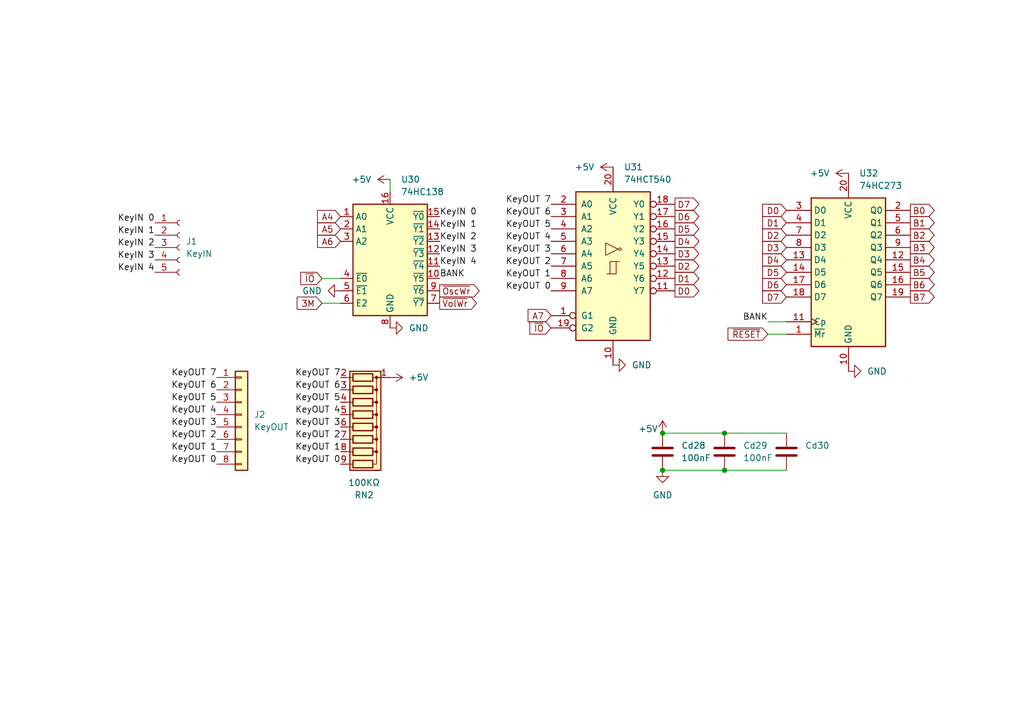
<source format=kicad_sch>
(kicad_sch (version 20230121) (generator eeschema)
  (paper "A5")
  (title_block (title "I/O"))
  (lib_symbols
    (symbol "74xx:74AHC273"
      (property "Reference" "U" (at -7.62 16.51 0))
      (property "Value" "74AHC273" (at -7.62 -16.51 0))
      (symbol "74AHC273_1_0"
        (pin input line (at -12.7 -12.7 0) (length 5.08) (name "~{Mr}") (number "1"))
        (pin power_in line (at 0 -20.32 90) (length 5.08) (name "GND") (number "10"))
        (pin input clock (at -12.7 -10.16 0) (length 5.08) (name "Cp") (number "11"))
        (pin output line (at 12.7 2.54 180) (length 5.08) (name "Q4") (number "12"))
        (pin input line (at -12.7 2.54 0) (length 5.08) (name "D4") (number "13"))
        (pin input line (at -12.7 0 0) (length 5.08) (name "D5") (number "14"))
        (pin output line (at 12.7 0 180) (length 5.08) (name "Q5") (number "15"))
        (pin output line (at 12.7 -2.54 180) (length 5.08) (name "Q6") (number "16"))
        (pin input line (at -12.7 -2.54 0) (length 5.08) (name "D6") (number "17"))
        (pin input line (at -12.7 -5.08 0) (length 5.08) (name "D7") (number "18"))
        (pin output line (at 12.7 -5.08 180) (length 5.08) (name "Q7") (number "19"))
        (pin output line (at 12.7 12.7 180) (length 5.08) (name "Q0") (number "2"))
        (pin power_in line (at 0 20.32 270) (length 5.08) (name "VCC") (number "20"))
        (pin input line (at -12.7 12.7 0) (length 5.08) (name "D0") (number "3"))
        (pin input line (at -12.7 10.16 0) (length 5.08) (name "D1") (number "4"))
        (pin output line (at 12.7 10.16 180) (length 5.08) (name "Q1") (number "5"))
        (pin output line (at 12.7 7.62 180) (length 5.08) (name "Q2") (number "6"))
        (pin input line (at -12.7 7.62 0) (length 5.08) (name "D2") (number "7"))
        (pin input line (at -12.7 5.08 0) (length 5.08) (name "D3") (number "8"))
        (pin output line (at 12.7 5.08 180) (length 5.08) (name "Q3") (number "9"))
      )
      (symbol "74AHC273_1_1"
        (rectangle (start -7.62 15.24) (end 7.62 -15.24) (stroke (width 0.254)) (fill (type background)))
      )
    )
    (symbol "74xx:74HC138"
      (property "Reference" "U" (at -7.62 13.97 0))
      (property "Value" "74HC138" (at 2.54 -11.43 0))
      (symbol "74HC138_0_1"
        (rectangle (start -7.62 12.7) (end 7.62 -10.16) (stroke (width 0.254)) (fill (type background)))
      )
      (symbol "74HC138_1_1"
        (pin input line (at -10.16 10.16 0) (length 2.54) (name "A0") (number "1"))
        (pin output line (at 10.16 -2.54 180) (length 2.54) (name "~{Y5}") (number "10"))
        (pin output line (at 10.16 0 180) (length 2.54) (name "~{Y4}") (number "11"))
        (pin output line (at 10.16 2.54 180) (length 2.54) (name "~{Y3}") (number "12"))
        (pin output line (at 10.16 5.08 180) (length 2.54) (name "~{Y2}") (number "13"))
        (pin output line (at 10.16 7.62 180) (length 2.54) (name "~{Y1}") (number "14"))
        (pin output line (at 10.16 10.16 180) (length 2.54) (name "~{Y0}") (number "15"))
        (pin power_in line (at 0 15.24 270) (length 2.54) (name "VCC") (number "16"))
        (pin input line (at -10.16 7.62 0) (length 2.54) (name "A1") (number "2"))
        (pin input line (at -10.16 5.08 0) (length 2.54) (name "A2") (number "3"))
        (pin input line (at -10.16 -2.54 0) (length 2.54) (name "~{E0}") (number "4"))
        (pin input line (at -10.16 -5.08 0) (length 2.54) (name "~{E1}") (number "5"))
        (pin input line (at -10.16 -7.62 0) (length 2.54) (name "E2") (number "6"))
        (pin output line (at 10.16 -7.62 180) (length 2.54) (name "~{Y7}") (number "7"))
        (pin power_in line (at 0 -12.7 90) (length 2.54) (name "GND") (number "8"))
        (pin output line (at 10.16 -5.08 180) (length 2.54) (name "~{Y6}") (number "9"))
      )
    )
    (symbol "74xx:74LS540" (pin_names (offset 1.016))
      (property "Reference" "U" (at -7.62 16.51 0))
      (property "Value" "74LS540" (at -7.62 -16.51 0))
      (symbol "74LS540_1_0"
        (polyline (pts (xy -0.635 -1.6002) (xy -0.635 0.9398) (xy 0.635 0.9398)))
        (polyline (pts (xy -1.27 -1.6002) (xy 0.635 -1.6002) (xy 0.635 0.9398) (xy 1.27 0.9398)))
        (polyline (pts (xy 1.016 3.4798) (xy -1.524 4.7498) (xy -1.524 2.2098) (xy 1.016 3.4798)) (stroke (width 0.1524)))
        (circle (center 1.397 3.4798) (radius 0.254) (stroke (width 0.1524)))
        (pin input inverted (at -12.7 -10.16 0) (length 5.08) (name "G1") (number "1"))
        (pin power_in line (at 0 -20.32 90) (length 5.08) (name "GND") (number "10"))
        (pin tri_state inverted (at 12.7 -5.08 180) (length 5.08) (name "Y7") (number "11"))
        (pin tri_state inverted (at 12.7 -2.54 180) (length 5.08) (name "Y6") (number "12"))
        (pin tri_state inverted (at 12.7 0 180) (length 5.08) (name "Y5") (number "13"))
        (pin tri_state inverted (at 12.7 2.54 180) (length 5.08) (name "Y4") (number "14"))
        (pin tri_state inverted (at 12.7 5.08 180) (length 5.08) (name "Y3") (number "15"))
        (pin tri_state inverted (at 12.7 7.62 180) (length 5.08) (name "Y2") (number "16"))
        (pin tri_state inverted (at 12.7 10.16 180) (length 5.08) (name "Y1") (number "17"))
        (pin tri_state inverted (at 12.7 12.7 180) (length 5.08) (name "Y0") (number "18"))
        (pin input inverted (at -12.7 -12.7 0) (length 5.08) (name "G2") (number "19"))
        (pin input line (at -12.7 12.7 0) (length 5.08) (name "A0") (number "2"))
        (pin power_in line (at 0 20.32 270) (length 5.08) (name "VCC") (number "20"))
        (pin input line (at -12.7 10.16 0) (length 5.08) (name "A1") (number "3"))
        (pin input line (at -12.7 7.62 0) (length 5.08) (name "A2") (number "4"))
        (pin input line (at -12.7 5.08 0) (length 5.08) (name "A3") (number "5"))
        (pin input line (at -12.7 2.54 0) (length 5.08) (name "A4") (number "6"))
        (pin input line (at -12.7 0 0) (length 5.08) (name "A5") (number "7"))
        (pin input line (at -12.7 -2.54 0) (length 5.08) (name "A6") (number "8"))
        (pin input line (at -12.7 -5.08 0) (length 5.08) (name "A7") (number "9"))
      )
      (symbol "74LS540_1_1"
        (rectangle (start -7.62 15.24) (end 7.62 -15.24) (stroke (width 0.254)) (fill (type background)))
      )
    )
    (symbol "Connector:Conn_01x05_Socket" (pin_names (offset 1.016) hide)
      (property "Reference" "J" (at 0 7.62 0))
      (property "Value" "Conn_01x05_Socket" (at 0 -7.62 0))
      (symbol "Conn_01x05_Socket_1_1"
        (arc (start 0 -4.572) (mid -0.5058 -5.08) (end 0 -5.588) (stroke (width 0.1524)))
        (arc (start 0 -2.032) (mid -0.5058 -2.54) (end 0 -3.048) (stroke (width 0.1524)))
        (polyline (pts (xy -1.27 -5.08) (xy -0.508 -5.08)) (stroke (width 0.1524)))
        (polyline (pts (xy -1.27 -2.54) (xy -0.508 -2.54)) (stroke (width 0.1524)))
        (polyline (pts (xy -1.27 0) (xy -0.508 0)) (stroke (width 0.1524)))
        (polyline (pts (xy -1.27 2.54) (xy -0.508 2.54)) (stroke (width 0.1524)))
        (polyline (pts (xy -1.27 5.08) (xy -0.508 5.08)) (stroke (width 0.1524)))
        (arc (start 0 0.508) (mid -0.5058 0) (end 0 -0.508) (stroke (width 0.1524)))
        (arc (start 0 3.048) (mid -0.5058 2.54) (end 0 2.032) (stroke (width 0.1524)))
        (arc (start 0 5.588) (mid -0.5058 5.08) (end 0 4.572) (stroke (width 0.1524)))
        (pin passive line (at -5.08 5.08 0) (length 3.81) (name "Pin_1") (number "1"))
        (pin passive line (at -5.08 2.54 0) (length 3.81) (name "Pin_2") (number "2"))
        (pin passive line (at -5.08 0 0) (length 3.81) (name "Pin_3") (number "3"))
        (pin passive line (at -5.08 -2.54 0) (length 3.81) (name "Pin_4") (number "4"))
        (pin passive line (at -5.08 -5.08 0) (length 3.81) (name "Pin_5") (number "5"))
      )
    )
    (symbol "Connector_Generic:Conn_01x08" (pin_names (offset 1.016) hide)
      (property "Reference" "J" (at 0 10.16 0))
      (property "Value" "Conn_01x08" (at 0 -12.7 0))
      (symbol "Conn_01x08_1_1"
        (rectangle (start -1.27 -10.033) (end 0 -10.287) (stroke (width 0.1524)))
        (rectangle (start -1.27 -7.493) (end 0 -7.747) (stroke (width 0.1524)))
        (rectangle (start -1.27 -4.953) (end 0 -5.207) (stroke (width 0.1524)))
        (rectangle (start -1.27 -2.413) (end 0 -2.667) (stroke (width 0.1524)))
        (rectangle (start -1.27 0.127) (end 0 -0.127) (stroke (width 0.1524)))
        (rectangle (start -1.27 2.667) (end 0 2.413) (stroke (width 0.1524)))
        (rectangle (start -1.27 5.207) (end 0 4.953) (stroke (width 0.1524)))
        (rectangle (start -1.27 7.747) (end 0 7.493) (stroke (width 0.1524)))
        (rectangle (start -1.27 8.89) (end 1.27 -11.43) (stroke (width 0.254)) (fill (type background)))
        (pin passive line (at -5.08 7.62 0) (length 3.81) (name "Pin_1") (number "1"))
        (pin passive line (at -5.08 5.08 0) (length 3.81) (name "Pin_2") (number "2"))
        (pin passive line (at -5.08 2.54 0) (length 3.81) (name "Pin_3") (number "3"))
        (pin passive line (at -5.08 0 0) (length 3.81) (name "Pin_4") (number "4"))
        (pin passive line (at -5.08 -2.54 0) (length 3.81) (name "Pin_5") (number "5"))
        (pin passive line (at -5.08 -5.08 0) (length 3.81) (name "Pin_6") (number "6"))
        (pin passive line (at -5.08 -7.62 0) (length 3.81) (name "Pin_7") (number "7"))
        (pin passive line (at -5.08 -10.16 0) (length 3.81) (name "Pin_8") (number "8"))
      )
    )
    (symbol "Device:C" (pin_numbers hide) (pin_names (offset 0.254))
      (property "Reference" "C" (at 0.635 2.54 0))
      (property "Value" "C" (at 0.635 -2.54 0))
      (symbol "C_0_1"
        (polyline (pts (xy -2.032 -0.762) (xy 2.032 -0.762)) (stroke (width 0.508)))
        (polyline (pts (xy -2.032 0.762) (xy 2.032 0.762)) (stroke (width 0.508)))
      )
      (symbol "C_1_1"
        (pin passive line (at 0 3.81 270) (length 2.794) (name "~") (number "1"))
        (pin passive line (at 0 -3.81 90) (length 2.794) (name "~") (number "2"))
      )
    )
    (symbol "Device:R_Network08" (pin_names (offset 0) hide)
      (property "Reference" "RN" (at -12.7 0 90))
      (property "Value" "R_Network08" (at 10.16 0 90))
      (symbol "R_Network08_0_1"
        (rectangle (start -11.43 -3.175) (end 8.89 3.175) (stroke (width 0.254)) (fill (type background)))
        (rectangle (start -10.922 1.524) (end -9.398 -2.54) (stroke (width 0.254)))
        (circle (center -10.16 2.286) (radius 0.254) (fill (type outline)))
        (rectangle (start -8.382 1.524) (end -6.858 -2.54) (stroke (width 0.254)))
        (circle (center -7.62 2.286) (radius 0.254) (fill (type outline)))
        (rectangle (start -5.842 1.524) (end -4.318 -2.54) (stroke (width 0.254)))
        (circle (center -5.08 2.286) (radius 0.254) (fill (type outline)))
        (rectangle (start -3.302 1.524) (end -1.778 -2.54) (stroke (width 0.254)))
        (circle (center -2.54 2.286) (radius 0.254) (fill (type outline)))
        (rectangle (start -0.762 1.524) (end 0.762 -2.54) (stroke (width 0.254)))
        (polyline (pts (xy -10.16 -2.54) (xy -10.16 -3.81)))
        (polyline (pts (xy -7.62 -2.54) (xy -7.62 -3.81)))
        (polyline (pts (xy -5.08 -2.54) (xy -5.08 -3.81)))
        (polyline (pts (xy -2.54 -2.54) (xy -2.54 -3.81)))
        (polyline (pts (xy 0 -2.54) (xy 0 -3.81)))
        (polyline (pts (xy 2.54 -2.54) (xy 2.54 -3.81)))
        (polyline (pts (xy 5.08 -2.54) (xy 5.08 -3.81)))
        (polyline (pts (xy 7.62 -2.54) (xy 7.62 -3.81)))
        (polyline (pts (xy -10.16 1.524) (xy -10.16 2.286) (xy -7.62 2.286) (xy -7.62 1.524)))
        (polyline (pts (xy -7.62 1.524) (xy -7.62 2.286) (xy -5.08 2.286) (xy -5.08 1.524)))
        (polyline (pts (xy -5.08 1.524) (xy -5.08 2.286) (xy -2.54 2.286) (xy -2.54 1.524)))
        (polyline (pts (xy -2.54 1.524) (xy -2.54 2.286) (xy 0 2.286) (xy 0 1.524)))
        (polyline (pts (xy 0 1.524) (xy 0 2.286) (xy 2.54 2.286) (xy 2.54 1.524)))
        (polyline (pts (xy 2.54 1.524) (xy 2.54 2.286) (xy 5.08 2.286) (xy 5.08 1.524)))
        (polyline (pts (xy 5.08 1.524) (xy 5.08 2.286) (xy 7.62 2.286) (xy 7.62 1.524)))
        (circle (center 0 2.286) (radius 0.254) (fill (type outline)))
        (rectangle (start 1.778 1.524) (end 3.302 -2.54) (stroke (width 0.254)))
        (circle (center 2.54 2.286) (radius 0.254) (fill (type outline)))
        (rectangle (start 4.318 1.524) (end 5.842 -2.54) (stroke (width 0.254)))
        (circle (center 5.08 2.286) (radius 0.254) (fill (type outline)))
        (rectangle (start 6.858 1.524) (end 8.382 -2.54) (stroke (width 0.254)))
      )
      (symbol "R_Network08_1_1"
        (pin passive line (at -10.16 5.08 270) (length 2.54) (name "common") (number "1"))
        (pin passive line (at -10.16 -5.08 90) (length 1.27) (name "R1") (number "2"))
        (pin passive line (at -7.62 -5.08 90) (length 1.27) (name "R2") (number "3"))
        (pin passive line (at -5.08 -5.08 90) (length 1.27) (name "R3") (number "4"))
        (pin passive line (at -2.54 -5.08 90) (length 1.27) (name "R4") (number "5"))
        (pin passive line (at 0 -5.08 90) (length 1.27) (name "R5") (number "6"))
        (pin passive line (at 2.54 -5.08 90) (length 1.27) (name "R6") (number "7"))
        (pin passive line (at 5.08 -5.08 90) (length 1.27) (name "R7") (number "8"))
        (pin passive line (at 7.62 -5.08 90) (length 1.27) (name "R8") (number "9"))
      )
    )
    (symbol "power:+5V" (power) (pin_names (offset 0))
      (property "Value" "+5V" (at 0 3.556 0))
      (symbol "+5V_0_1"
        (polyline (pts (xy -0.762 1.27) (xy 0 2.54)))
        (polyline (pts (xy 0 0) (xy 0 2.54)))
        (polyline (pts (xy 0 2.54) (xy 0.762 1.27)))
      )
      (symbol "+5V_1_1"
        (pin power_in line (at 0 0 90) (length 0) hide (name "+5V") (number "1"))
      )
    )
    (symbol "power:GND" (power) (pin_names (offset 0))
      (property "Value" "GND" (at 0 -3.81 0))
      (symbol "GND_0_1"
        (polyline (pts (xy 0 0) (xy 0 -1.27) (xy 1.27 -1.27) (xy 0 -2.54) (xy -1.27 -1.27) (xy 0 -1.27)))
      )
      (symbol "GND_1_1"
        (pin power_in line (at 0 0 270) (length 0) hide (name "GND") (number "1"))
      )
    )
  )
  (junction (at 148.59 88.9))
  (junction (at 135.89 96.52))
  (junction (at 135.89 88.9))
  (junction (at 148.59 96.52))
  (wire (pts (xy 80.01 36.83) (xy 80.01 39.37)))
  (wire (pts (xy 135.89 96.52) (xy 148.59 96.52)))
  (wire (pts (xy 148.59 88.9) (xy 161.29 88.9)))
  (wire (pts (xy 66.04 57.15) (xy 69.85 57.15)))
  (wire (pts (xy 66.04 62.23) (xy 69.85 62.23)))
  (wire (pts (xy 157.48 68.58) (xy 161.29 68.58)))
  (wire (pts (xy 148.59 96.52) (xy 161.29 96.52)))
  (wire (pts (xy 135.89 88.9) (xy 148.59 88.9)))
  (wire (pts (xy 157.48 66.04) (xy 161.29 66.04)))
  (label "KeyOUT 2" (at 69.85 90.17 180))
  (label "KeyIN 1" (at 31.75 48.26 180))
  (label "KeyIN 3" (at 31.75 53.34 180))
  (label "KeyIN 4" (at 31.75 55.88 180))
  (label "KeyIN 3" (at 90.17 52.07 0))
  (label "KeyIN 4" (at 90.17 54.61 0))
  (label "KeyOUT 7" (at 69.85 77.47 180))
  (label "KeyOUT 0" (at 113.03 59.69 180))
  (label "KeyIN 2" (at 90.17 49.53 0))
  (label "KeyOUT 2" (at 113.03 54.61 180))
  (label "KeyOUT 1" (at 44.45 92.71 180))
  (label "KeyOUT 1" (at 113.03 57.15 180))
  (label "KeyOUT 2" (at 44.45 90.17 180))
  (label "KeyOUT 4" (at 44.45 85.09 180))
  (label "KeyOUT 3" (at 44.45 87.63 180))
  (label "KeyIN 2" (at 31.75 50.8 180))
  (label "KeyOUT 3" (at 69.85 87.63 180))
  (label "BANK" (at 90.17 57.15 0))
  (label "KeyOUT 4" (at 113.03 49.53 180))
  (label "KeyOUT 6" (at 69.85 80.01 180))
  (label "KeyOUT 5" (at 69.85 82.55 180))
  (label "KeyOUT 0" (at 69.85 95.25 180))
  (label "KeyOUT 0" (at 44.45 95.25 180))
  (label "KeyOUT 1" (at 69.85 92.71 180))
  (label "KeyOUT 4" (at 69.85 85.09 180))
  (label "KeyOUT 5" (at 113.03 46.99 180))
  (label "KeyIN 1" (at 90.17 46.99 0))
  (label "KeyOUT 6" (at 113.03 44.45 180))
  (label "KeyOUT 6" (at 44.45 80.01 180))
  (label "KeyOUT 7" (at 44.45 77.47 180))
  (label "KeyIN 0" (at 90.17 44.45 0))
  (label "KeyOUT 3" (at 113.03 52.07 180))
  (label "KeyOUT 5" (at 44.45 82.55 180))
  (label "BANK" (at 157.48 66.04 180))
  (label "KeyOUT 7" (at 113.03 41.91 180))
  (label "KeyIN 0" (at 31.75 45.72 180))
  (global_label "~{IO}" (shape input) (at 113.03 67.31 180) (property "Intersheetrefs" "${INTERSHEET_REFS}" (effects hide)))
  (global_label "D1" (shape input) (at 161.29 45.72 180) (property "Intersheetrefs" "${INTERSHEET_REFS}" (effects hide)))
  (global_label "D0" (shape input) (at 161.29 43.18 180) (property "Intersheetrefs" "${INTERSHEET_REFS}" (effects hide)))
  (global_label "D3" (shape input) (at 161.29 50.8 180) (property "Intersheetrefs" "${INTERSHEET_REFS}" (effects hide)))
  (global_label "D6" (shape input) (at 161.29 58.42 180) (property "Intersheetrefs" "${INTERSHEET_REFS}" (effects hide)))
  (global_label "A7" (shape input) (at 113.03 64.77 180) (property "Intersheetrefs" "${INTERSHEET_REFS}" (effects hide)))
  (global_label "~{RESET}" (shape input) (at 157.48 68.58 180) (property "Intersheetrefs" "${INTERSHEET_REFS}" (effects hide)))
  (global_label "D2" (shape input) (at 161.29 48.26 180) (property "Intersheetrefs" "${INTERSHEET_REFS}" (effects hide)))
  (global_label "~{IO}" (shape input) (at 66.04 57.15 180) (property "Intersheetrefs" "${INTERSHEET_REFS}" (effects hide)))
  (global_label "D5" (shape input) (at 161.29 55.88 180) (property "Intersheetrefs" "${INTERSHEET_REFS}" (effects hide)))
  (global_label "B3" (shape output) (at 186.69 50.8 0) (property "Intersheetrefs" "${INTERSHEET_REFS}" (effects hide)))
  (global_label "B2" (shape output) (at 186.69 48.26 0) (property "Intersheetrefs" "${INTERSHEET_REFS}" (effects hide)))
  (global_label "B4" (shape output) (at 186.69 53.34 0) (property "Intersheetrefs" "${INTERSHEET_REFS}" (effects hide)))
  (global_label "B7" (shape output) (at 186.69 60.96 0) (property "Intersheetrefs" "${INTERSHEET_REFS}" (effects hide)))
  (global_label "D7" (shape output) (at 138.43 41.91 0) (property "Intersheetrefs" "${INTERSHEET_REFS}" (effects hide)))
  (global_label "B6" (shape output) (at 186.69 58.42 0) (property "Intersheetrefs" "${INTERSHEET_REFS}" (effects hide)))
  (global_label "D6" (shape output) (at 138.43 44.45 0) (property "Intersheetrefs" "${INTERSHEET_REFS}" (effects hide)))
  (global_label "A6" (shape input) (at 69.85 49.53 180) (property "Intersheetrefs" "${INTERSHEET_REFS}" (effects hide)))
  (global_label "D5" (shape output) (at 138.43 46.99 0) (property "Intersheetrefs" "${INTERSHEET_REFS}" (effects hide)))
  (global_label "D4" (shape output) (at 138.43 49.53 0) (property "Intersheetrefs" "${INTERSHEET_REFS}" (effects hide)))
  (global_label "D2" (shape output) (at 138.43 54.61 0) (property "Intersheetrefs" "${INTERSHEET_REFS}" (effects hide)))
  (global_label "D3" (shape output) (at 138.43 52.07 0) (property "Intersheetrefs" "${INTERSHEET_REFS}" (effects hide)))
  (global_label "A5" (shape input) (at 69.85 46.99 180) (property "Intersheetrefs" "${INTERSHEET_REFS}" (effects hide)))
  (global_label "3M" (shape input) (at 66.04 62.23 180) (property "Intersheetrefs" "${INTERSHEET_REFS}" (effects hide)))
  (global_label "B5" (shape output) (at 186.69 55.88 0) (property "Intersheetrefs" "${INTERSHEET_REFS}" (effects hide)))
  (global_label "B0" (shape output) (at 186.69 43.18 0) (property "Intersheetrefs" "${INTERSHEET_REFS}" (effects hide)))
  (global_label "~{VolWr}" (shape output) (at 90.17 62.23 0) (property "Intersheetrefs" "${INTERSHEET_REFS}" (effects hide)))
  (global_label "B1" (shape output) (at 186.69 45.72 0) (property "Intersheetrefs" "${INTERSHEET_REFS}" (effects hide)))
  (global_label "~{OscWr}" (shape output) (at 90.17 59.69 0) (property "Intersheetrefs" "${INTERSHEET_REFS}" (effects hide)))
  (global_label "D4" (shape input) (at 161.29 53.34 180) (property "Intersheetrefs" "${INTERSHEET_REFS}" (effects hide)))
  (global_label "A4" (shape input) (at 69.85 44.45 180) (property "Intersheetrefs" "${INTERSHEET_REFS}" (effects hide)))
  (global_label "D0" (shape output) (at 138.43 59.69 0) (property "Intersheetrefs" "${INTERSHEET_REFS}" (effects hide)))
  (global_label "D7" (shape input) (at 161.29 60.96 180) (property "Intersheetrefs" "${INTERSHEET_REFS}" (effects hide)))
  (global_label "D1" (shape output) (at 138.43 57.15 0) (property "Intersheetrefs" "${INTERSHEET_REFS}" (effects hide)))
  (symbol (lib_id "power:GND") (at 69.85 59.69 270) (unit 1)
    (property "Reference" "#PWR0130" (effects hide))
    (property "Value" "GND" (at 66.04 59.69 90) (effects (justify right)))
  )
  (symbol (lib_id "74xx:74LS540") (at 125.73 54.61 0) (unit 1)
    (property "Reference" "U31" (at 127.9241 34.29 0) (effects (justify left)))
    (property "Value" "74HCT540" (at 127.9241 36.83 0) (effects (justify left)))
    (property "Footprint" "PCM_Package_DIP_AKL:DIP-20_W7.62mm_Socket_LongPads" (effects hide))
    (property "Datasheet" "http://www.ti.com/lit/gpn/sn74LS540" (effects hide))
  )
  (symbol (lib_id "power:GND") (at 135.89 96.52 0) (unit 1)
    (property "Reference" "#PWR0138" (effects hide))
    (property "Value" "GND" (at 135.89 101.6 0))
  )
  (symbol (lib_id "power:+5V") (at 80.01 77.47 270) (unit 1)
    (property "Reference" "#PWR0134" (effects hide))
    (property "Value" "+5V" (at 83.82 77.47 90) (effects (justify left)))
  )
  (symbol (lib_id "power:GND") (at 173.99 76.2 90) (unit 1)
    (property "Reference" "#PWR0140" (effects hide))
    (property "Value" "GND" (at 177.8 76.2 90) (effects (justify right)))
  )
  (symbol (lib_id "power:+5V") (at 173.99 35.56 90) (unit 1)
    (property "Reference" "#PWR0139" (effects hide))
    (property "Value" "+5V" (at 170.18 35.56 90) (effects (justify left)))
  )
  (symbol (lib_id "Device:C") (at 161.29 92.71 0) (unit 1)
    (property "Reference" "Cd30" (at 165.1 91.44 0) (effects (justify left)))
    (property "Value" "100nF" (effects hide))
    (property "Footprint" "Capacitor_THT:C_Disc_D3.0mm_W2.0mm_P2.50mm" (effects hide))
  )
  (symbol (lib_id "power:+5V") (at 135.89 88.9 0) (unit 1)
    (property "Reference" "#PWR0137" (effects hide))
    (property "Value" "+5V" (at 132.9051 88.0061 0))
  )
  (symbol (lib_id "Device:C") (at 148.59 92.71 0) (unit 1)
    (property "Reference" "Cd29" (at 152.4 91.44 0) (effects (justify left)))
    (property "Value" "100nF" (at 152.4 93.98 0) (effects (justify left)))
    (property "Footprint" "Capacitor_THT:C_Disc_D3.0mm_W2.0mm_P2.50mm" (effects hide))
  )
  (symbol (lib_id "Device:R_Network08") (at 74.93 87.63 270) (unit 1)
    (property "Reference" "RN2" (at 74.676 101.6 90))
    (property "Value" "100KΩ" (at 74.676 99.06 90))
    (property "Footprint" "Resistor_THT:R_Array_SIP9" (effects hide))
    (property "Datasheet" "http://www.vishay.com/docs/31509/csc.pdf" (effects hide))
  )
  (symbol (lib_id "74xx:74HC138") (at 80.01 54.61 0) (unit 1)
    (property "Reference" "U30" (at 82.2041 36.83 0) (effects (justify left)))
    (property "Value" "74HC138" (at 82.2041 39.37 0) (effects (justify left)))
    (property "Footprint" "PCM_Package_DIP_AKL:DIP-16_W7.62mm_Socket_LongPads" (effects hide))
    (property "Datasheet" "http://www.ti.com/lit/ds/symlink/cd74hc238.pdf" (effects hide))
  )
  (symbol (lib_id "Connector:Conn_01x05_Socket") (at 36.83 50.8 0) (unit 1)
    (property "Reference" "J1" (at 38.1 49.53 0) (effects (justify left)))
    (property "Value" "KeyIN" (at 38.1 52.07 0) (effects (justify left)))
    (property "Footprint" "Connector_PinSocket_2.54mm:PinSocket_1x05_P2.54mm_Vertical" (effects hide))
  )
  (symbol (lib_id "power:GND") (at 80.01 67.31 90) (unit 1)
    (property "Reference" "#PWR0133" (effects hide))
    (property "Value" "GND" (at 83.82 67.31 90) (effects (justify right)))
  )
  (symbol (lib_id "74xx:74AHC273") (at 173.99 55.88 0) (unit 1)
    (property "Reference" "U32" (at 176.1841 35.56 0) (effects (justify left)))
    (property "Value" "74HC273" (at 176.1841 38.1 0) (effects (justify left)))
    (property "Footprint" "PCM_Package_DIP_AKL:DIP-20_W7.62mm_Socket_LongPads" (effects hide))
    (property "Datasheet" "https://assets.nexperia.com/documents/data-sheet/74AHC_AHCT273.pdf" (effects hide))
  )
  (symbol (lib_id "power:GND") (at 125.73 74.93 90) (unit 1)
    (property "Reference" "#PWR0136" (effects hide))
    (property "Value" "GND" (at 129.54 74.93 90) (effects (justify right)))
  )
  (symbol (lib_id "Device:C") (at 135.89 92.71 0) (unit 1)
    (property "Reference" "Cd28" (at 139.7 91.44 0) (effects (justify left)))
    (property "Value" "100nF" (at 139.7 93.98 0) (effects (justify left)))
    (property "Footprint" "Capacitor_THT:C_Disc_D3.0mm_W2.0mm_P2.50mm" (effects hide))
  )
  (symbol (lib_id "power:+5V") (at 80.01 36.83 90) (unit 1)
    (property "Reference" "#PWR0132" (effects hide))
    (property "Value" "+5V" (at 76.2 36.83 90) (effects (justify left)))
  )
  (symbol (lib_id "power:+5V") (at 125.73 34.29 90) (unit 1)
    (property "Reference" "#PWR0135" (effects hide))
    (property "Value" "+5V" (at 121.92 34.29 90) (effects (justify left)))
  )
  (symbol (lib_id "Connector_Generic:Conn_01x08") (at 49.53 85.09 0) (unit 1)
    (property "Reference" "J2" (at 52.07 85.09 0) (effects (justify left)))
    (property "Value" "KeyOUT" (at 52.07 87.63 0) (effects (justify left)))
    (property "Footprint" "Connector_PinHeader_2.54mm:PinHeader_1x08_P2.54mm_Vertical" (effects hide))
  )
)
</source>
